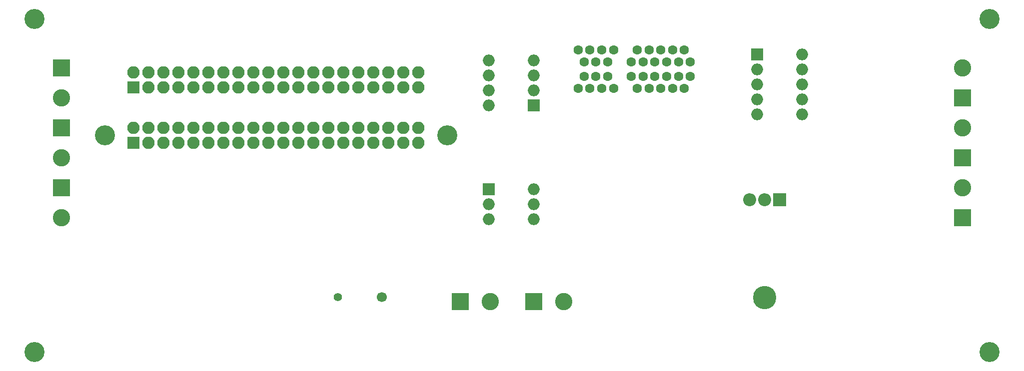
<source format=gbr>
G04 #@! TF.FileFunction,Soldermask,Bot*
%FSLAX46Y46*%
G04 Gerber Fmt 4.6, Leading zero omitted, Abs format (unit mm)*
G04 Created by KiCad (PCBNEW 4.0.6) date 03/06/18 07:35:55*
%MOMM*%
%LPD*%
G01*
G04 APERTURE LIST*
%ADD10C,0.100000*%
%ADD11R,2.940000X2.940000*%
%ADD12C,2.940000*%
%ADD13R,2.100000X2.100000*%
%ADD14O,2.100000X2.100000*%
%ADD15C,1.598880*%
%ADD16R,2.000000X2.000000*%
%ADD17O,2.000000X2.000000*%
%ADD18C,3.956000*%
%ADD19O,3.900000X3.900000*%
%ADD20R,2.200000X2.200000*%
%ADD21O,2.200000X2.200000*%
%ADD22C,3.400000*%
%ADD23C,1.400000*%
%ADD24C,1.700000*%
G04 APERTURE END LIST*
D10*
D11*
X141986000Y-80010000D03*
D12*
X147066000Y-80010000D03*
D13*
X86614000Y-53086000D03*
D14*
X86614000Y-50546000D03*
X89154000Y-53086000D03*
X89154000Y-50546000D03*
X91694000Y-53086000D03*
X91694000Y-50546000D03*
X94234000Y-53086000D03*
X94234000Y-50546000D03*
X96774000Y-53086000D03*
X96774000Y-50546000D03*
X99314000Y-53086000D03*
X99314000Y-50546000D03*
X101854000Y-53086000D03*
X101854000Y-50546000D03*
X104394000Y-53086000D03*
X104394000Y-50546000D03*
X106934000Y-53086000D03*
X106934000Y-50546000D03*
X109474000Y-53086000D03*
X109474000Y-50546000D03*
X112014000Y-53086000D03*
X112014000Y-50546000D03*
X114554000Y-53086000D03*
X114554000Y-50546000D03*
X117094000Y-53086000D03*
X117094000Y-50546000D03*
X119634000Y-53086000D03*
X119634000Y-50546000D03*
X122174000Y-53086000D03*
X122174000Y-50546000D03*
X124714000Y-53086000D03*
X124714000Y-50546000D03*
X127254000Y-53086000D03*
X127254000Y-50546000D03*
X129794000Y-53086000D03*
X129794000Y-50546000D03*
X132334000Y-53086000D03*
X132334000Y-50546000D03*
X134874000Y-53086000D03*
X134874000Y-50546000D03*
D11*
X227076000Y-65786000D03*
D12*
X227076000Y-60706000D03*
D11*
X74422000Y-50546000D03*
D12*
X74422000Y-55626000D03*
D11*
X227076000Y-45466000D03*
D12*
X227076000Y-40386000D03*
D11*
X154432000Y-80010000D03*
D12*
X159512000Y-80010000D03*
D11*
X74422000Y-60706000D03*
D12*
X74422000Y-65786000D03*
D11*
X227076000Y-55626000D03*
D12*
X227076000Y-50546000D03*
D11*
X74422000Y-40386000D03*
D12*
X74422000Y-45466000D03*
D15*
X167949880Y-37388800D03*
X166949120Y-39390320D03*
X165950900Y-37388800D03*
X164950140Y-39390320D03*
X163949380Y-37388800D03*
X162951160Y-39390320D03*
X161950400Y-37388800D03*
X166949120Y-41889680D03*
X164950140Y-41889680D03*
X162951160Y-41889680D03*
X167949880Y-43891200D03*
X165950900Y-43891200D03*
X163949380Y-43891200D03*
X161950400Y-43891200D03*
X170949620Y-39390320D03*
X172951140Y-39390320D03*
X174950120Y-39390320D03*
X176949100Y-39390320D03*
X178950620Y-39390320D03*
X180949600Y-39390320D03*
X179948840Y-37388800D03*
X177949860Y-37388800D03*
X175950880Y-37388800D03*
X173949360Y-37388800D03*
X171950380Y-37388800D03*
X180949600Y-41889680D03*
X179948840Y-43891200D03*
X178950620Y-41889680D03*
X177949860Y-43891200D03*
X176949100Y-41889680D03*
X175950880Y-43891200D03*
X174950120Y-41889680D03*
X173949360Y-43891200D03*
X172951140Y-41889680D03*
X171950380Y-43891200D03*
X170949620Y-41889680D03*
D16*
X192278000Y-38100000D03*
D17*
X199898000Y-48260000D03*
X192278000Y-40640000D03*
X199898000Y-45720000D03*
X192278000Y-43180000D03*
X199898000Y-43180000D03*
X192278000Y-45720000D03*
X199898000Y-40640000D03*
X192278000Y-48260000D03*
X199898000Y-38100000D03*
D16*
X146812000Y-60960000D03*
D17*
X154432000Y-66040000D03*
X146812000Y-63500000D03*
X154432000Y-63500000D03*
X146812000Y-66040000D03*
X154432000Y-60960000D03*
D16*
X154432000Y-46736000D03*
D17*
X146812000Y-39116000D03*
X154432000Y-44196000D03*
X146812000Y-41656000D03*
X154432000Y-41656000D03*
X146812000Y-44196000D03*
X154432000Y-39116000D03*
X146812000Y-46736000D03*
D18*
X193548000Y-79375000D03*
D19*
X193548000Y-79398000D03*
D20*
X196088000Y-62738000D03*
D21*
X193548000Y-62738000D03*
X191008000Y-62738000D03*
D22*
X69836000Y-32082000D03*
X231636000Y-32082000D03*
D13*
X86614000Y-43688000D03*
D14*
X86614000Y-41148000D03*
X89154000Y-43688000D03*
X89154000Y-41148000D03*
X91694000Y-43688000D03*
X91694000Y-41148000D03*
X94234000Y-43688000D03*
X94234000Y-41148000D03*
X96774000Y-43688000D03*
X96774000Y-41148000D03*
X99314000Y-43688000D03*
X99314000Y-41148000D03*
X101854000Y-43688000D03*
X101854000Y-41148000D03*
X104394000Y-43688000D03*
X104394000Y-41148000D03*
X106934000Y-43688000D03*
X106934000Y-41148000D03*
X109474000Y-43688000D03*
X109474000Y-41148000D03*
X112014000Y-43688000D03*
X112014000Y-41148000D03*
X114554000Y-43688000D03*
X114554000Y-41148000D03*
X117094000Y-43688000D03*
X117094000Y-41148000D03*
X119634000Y-43688000D03*
X119634000Y-41148000D03*
X122174000Y-43688000D03*
X122174000Y-41148000D03*
X124714000Y-43688000D03*
X124714000Y-41148000D03*
X127254000Y-43688000D03*
X127254000Y-41148000D03*
X129794000Y-43688000D03*
X129794000Y-41148000D03*
X132334000Y-43688000D03*
X132334000Y-41148000D03*
X134874000Y-43688000D03*
X134874000Y-41148000D03*
D22*
X81744000Y-51816000D03*
X139744000Y-51816000D03*
D23*
X121214000Y-79248000D03*
D24*
X128714000Y-79248000D03*
D22*
X231661000Y-88607000D03*
X69861000Y-88607000D03*
M02*

</source>
